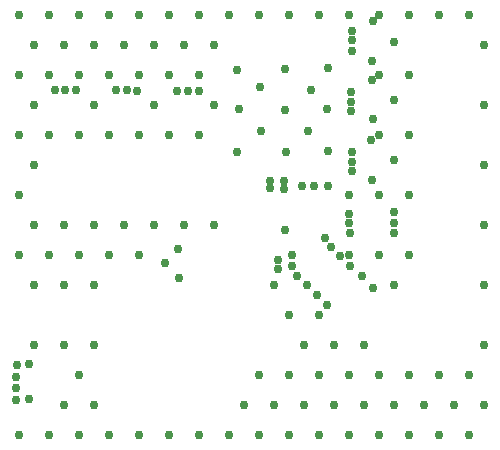
<source format=gbs>
G04*
G04 #@! TF.GenerationSoftware,Altium Limited,Altium Designer,22.7.1 (60)*
G04*
G04 Layer_Color=16711935*
%FSLAX44Y44*%
%MOMM*%
G71*
G04*
G04 #@! TF.SameCoordinates,592D77DD-D8C5-47A4-952F-68E34D40BC98*
G04*
G04*
G04 #@! TF.FilePolarity,Negative*
G04*
G01*
G75*
%ADD36C,0.7620*%
D36*
X1193800Y863600D02*
D03*
X1206500Y838200D02*
D03*
Y787400D02*
D03*
Y736600D02*
D03*
Y685800D02*
D03*
Y635000D02*
D03*
Y584200D02*
D03*
X1193800Y558800D02*
D03*
X1206500Y533400D02*
D03*
X1193800Y508000D02*
D03*
X1168400Y863600D02*
D03*
Y558800D02*
D03*
X1181100Y533400D02*
D03*
X1168400Y508000D02*
D03*
X1143000Y863600D02*
D03*
Y812800D02*
D03*
Y762000D02*
D03*
Y711200D02*
D03*
Y660400D02*
D03*
Y558800D02*
D03*
X1155700Y533400D02*
D03*
X1143000Y508000D02*
D03*
X1117600Y863600D02*
D03*
Y812800D02*
D03*
Y762000D02*
D03*
Y711200D02*
D03*
Y660400D02*
D03*
X1130300Y635000D02*
D03*
X1117600Y558800D02*
D03*
X1130300Y533400D02*
D03*
X1117600Y508000D02*
D03*
X1092200Y863600D02*
D03*
Y711200D02*
D03*
Y660400D02*
D03*
X1104900Y584200D02*
D03*
X1092200Y558800D02*
D03*
X1104900Y533400D02*
D03*
X1092200Y508000D02*
D03*
X1066800Y863600D02*
D03*
Y609600D02*
D03*
X1079500Y584200D02*
D03*
X1066800Y558800D02*
D03*
X1079500Y533400D02*
D03*
X1066800Y508000D02*
D03*
X1041400Y863600D02*
D03*
Y609600D02*
D03*
X1054100Y584200D02*
D03*
X1041400Y558800D02*
D03*
X1054100Y533400D02*
D03*
X1041400Y508000D02*
D03*
X1016000Y863600D02*
D03*
X1028700Y635000D02*
D03*
X1016000Y558800D02*
D03*
X1028700Y533400D02*
D03*
X1016000Y508000D02*
D03*
X990600Y863600D02*
D03*
X1003300Y533400D02*
D03*
X990600Y508000D02*
D03*
X965200Y863600D02*
D03*
X977900Y838200D02*
D03*
X965200Y812800D02*
D03*
X977900Y787400D02*
D03*
X965200Y762000D02*
D03*
X977900Y685800D02*
D03*
X965200Y508000D02*
D03*
X939800Y863600D02*
D03*
X952500Y838200D02*
D03*
X939800Y812800D02*
D03*
Y762000D02*
D03*
X952500Y685800D02*
D03*
X939800Y508000D02*
D03*
X914400Y863600D02*
D03*
X927100Y838200D02*
D03*
X914400Y812800D02*
D03*
X927100Y787400D02*
D03*
X914400Y762000D02*
D03*
X927100Y685800D02*
D03*
X914400Y660400D02*
D03*
Y508000D02*
D03*
X889000Y863600D02*
D03*
X901700Y838200D02*
D03*
X889000Y812800D02*
D03*
Y762000D02*
D03*
X901700Y685800D02*
D03*
X889000Y660400D02*
D03*
Y508000D02*
D03*
X863600Y863600D02*
D03*
X876300Y838200D02*
D03*
X863600Y812800D02*
D03*
X876300Y787400D02*
D03*
X863600Y762000D02*
D03*
X876300Y685800D02*
D03*
X863600Y660400D02*
D03*
X876300Y635000D02*
D03*
Y584200D02*
D03*
X863600Y558800D02*
D03*
X876300Y533400D02*
D03*
X863600Y508000D02*
D03*
X838200Y863600D02*
D03*
X850900Y838200D02*
D03*
X838200Y812800D02*
D03*
Y762000D02*
D03*
X850900Y685800D02*
D03*
X838200Y660400D02*
D03*
X850900Y635000D02*
D03*
Y584200D02*
D03*
Y533400D02*
D03*
X838200Y508000D02*
D03*
X812800Y863600D02*
D03*
X825500Y838200D02*
D03*
X812800Y812800D02*
D03*
X825500Y787400D02*
D03*
X812800Y762000D02*
D03*
X825500Y736600D02*
D03*
X812800Y711200D02*
D03*
X825500Y685800D02*
D03*
X812800Y660400D02*
D03*
X825500Y635000D02*
D03*
Y584200D02*
D03*
X812800Y508000D02*
D03*
X1112012Y858266D02*
D03*
X1130046Y840232D02*
D03*
X1111250Y824230D02*
D03*
X1111758Y807974D02*
D03*
X1130046Y791718D02*
D03*
X1112012Y774954D02*
D03*
X1110996Y757682D02*
D03*
X1130046Y740918D02*
D03*
X1111504Y723392D02*
D03*
X1130046Y696722D02*
D03*
X1129792Y687578D02*
D03*
Y678434D02*
D03*
X1073404Y617982D02*
D03*
X1065276Y626618D02*
D03*
X1056640Y634492D02*
D03*
X1048004Y642620D02*
D03*
X1112266Y632460D02*
D03*
X1102868Y642366D02*
D03*
X1093216Y650748D02*
D03*
X1084580Y659384D02*
D03*
X1076960Y666750D02*
D03*
X1072134Y674624D02*
D03*
X1074166Y718566D02*
D03*
X1062482D02*
D03*
X1052068D02*
D03*
X1043432Y651256D02*
D03*
Y659892D02*
D03*
X948182Y640334D02*
D03*
X936244Y653034D02*
D03*
X947674Y664972D02*
D03*
X964692Y799084D02*
D03*
X956056D02*
D03*
X946658D02*
D03*
X912876Y799338D02*
D03*
X904240Y799592D02*
D03*
X895096D02*
D03*
X860806Y799846D02*
D03*
X851916Y799592D02*
D03*
X842772Y799846D02*
D03*
X1059688Y800100D02*
D03*
X1017016Y802132D02*
D03*
X1057656Y764794D02*
D03*
X1017524Y765048D02*
D03*
X1074166Y748538D02*
D03*
X1038352Y747776D02*
D03*
X997204Y747522D02*
D03*
X1073404Y783590D02*
D03*
X1037590Y783336D02*
D03*
X998728Y783590D02*
D03*
X1074166Y818134D02*
D03*
X1037844Y817626D02*
D03*
X997458Y817118D02*
D03*
X1094232Y849630D02*
D03*
X1094486Y842010D02*
D03*
X1094740Y833120D02*
D03*
X1093724Y798068D02*
D03*
X1093978Y789940D02*
D03*
Y781812D02*
D03*
X1094486Y747776D02*
D03*
X1094232Y739140D02*
D03*
Y731012D02*
D03*
X1092454Y695198D02*
D03*
Y687070D02*
D03*
X1092708Y678688D02*
D03*
X1037336Y722884D02*
D03*
Y715772D02*
D03*
X1037590Y681736D02*
D03*
X810768Y567436D02*
D03*
X821182Y567690D02*
D03*
X821436Y537972D02*
D03*
X810514Y537718D02*
D03*
Y547878D02*
D03*
Y557276D02*
D03*
X1024890Y716788D02*
D03*
Y723138D02*
D03*
X1032256Y648208D02*
D03*
Y656082D02*
D03*
M02*

</source>
